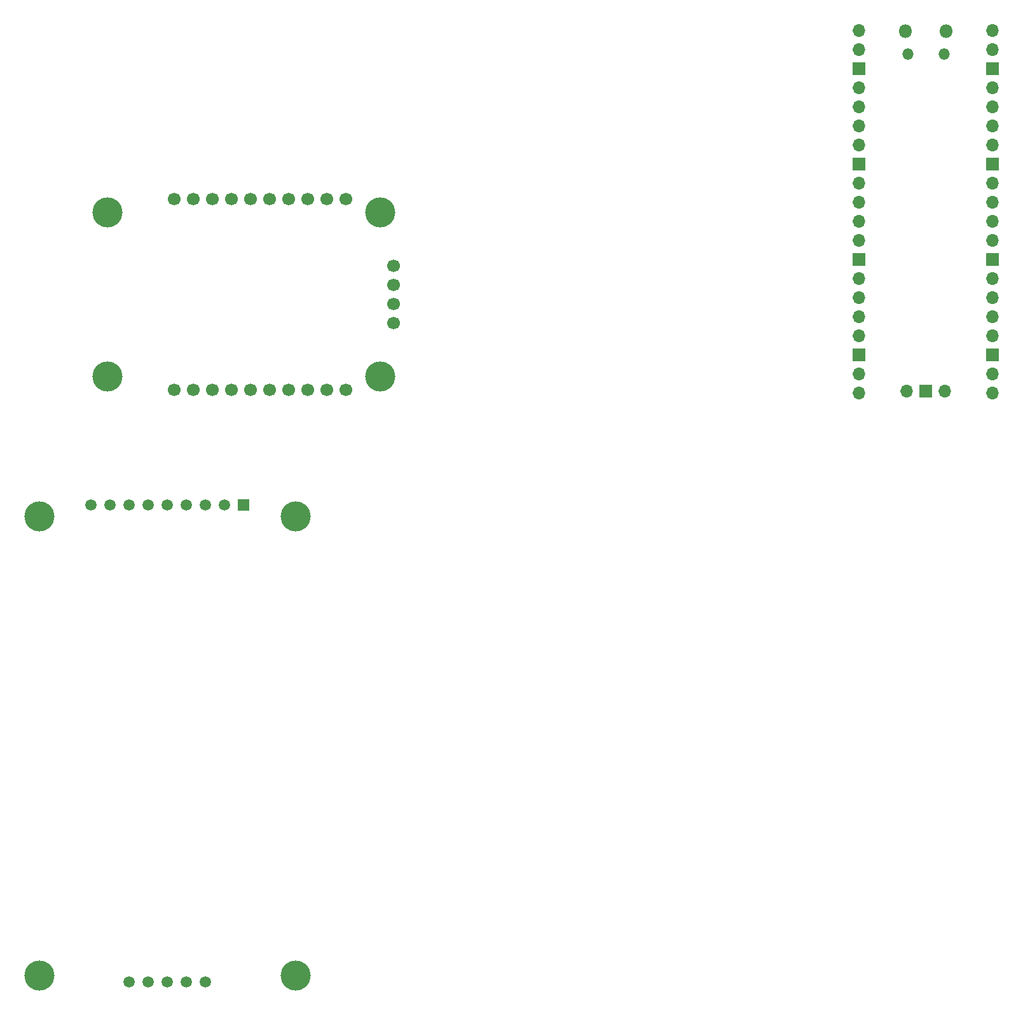
<source format=gbr>
%TF.GenerationSoftware,KiCad,Pcbnew,9.0.2*%
%TF.CreationDate,2025-05-23T00:22:39+05:30*%
%TF.ProjectId,Indira_Setu,496e6469-7261-45f5-9365-74752e6b6963,rev?*%
%TF.SameCoordinates,Original*%
%TF.FileFunction,Soldermask,Bot*%
%TF.FilePolarity,Negative*%
%FSLAX46Y46*%
G04 Gerber Fmt 4.6, Leading zero omitted, Abs format (unit mm)*
G04 Created by KiCad (PCBNEW 9.0.2) date 2025-05-23 00:22:39*
%MOMM*%
%LPD*%
G01*
G04 APERTURE LIST*
%ADD10C,4.000000*%
%ADD11R,1.500000X1.500000*%
%ADD12C,1.500000*%
%ADD13O,1.800000X1.800000*%
%ADD14O,1.500000X1.500000*%
%ADD15O,1.700000X1.700000*%
%ADD16R,1.700000X1.700000*%
%ADD17C,1.700000*%
G04 APERTURE END LIST*
D10*
%TO.C,U2*%
X82550000Y-97042500D03*
X48450000Y-97042500D03*
X82550000Y-158242500D03*
X48450000Y-158242500D03*
D11*
X75660000Y-95542500D03*
D12*
X73120000Y-95542500D03*
X70580000Y-95542500D03*
X68040000Y-95542500D03*
X65500000Y-95542500D03*
X62960000Y-95542500D03*
X60420000Y-95542500D03*
X57880000Y-95542500D03*
X55340000Y-95542500D03*
X70580000Y-159062500D03*
X68040000Y-159062500D03*
X65500000Y-159062500D03*
X62960000Y-159062500D03*
X60420000Y-159062500D03*
%TD*%
D13*
%TO.C,U1*%
X163775000Y-32500000D03*
D14*
X164075000Y-35530000D03*
X168925000Y-35530000D03*
D13*
X169225000Y-32500000D03*
D15*
X157610000Y-32370000D03*
X157610000Y-34910000D03*
D16*
X157610000Y-37450000D03*
D15*
X157610000Y-39990000D03*
X157610000Y-42530000D03*
X157610000Y-45070000D03*
X157610000Y-47610000D03*
D16*
X157610000Y-50150000D03*
D15*
X157610000Y-52690000D03*
X157610000Y-55230000D03*
X157610000Y-57770000D03*
X157610000Y-60310000D03*
D16*
X157610000Y-62850000D03*
D15*
X157610000Y-65390000D03*
X157610000Y-67930000D03*
X157610000Y-70470000D03*
X157610000Y-73010000D03*
D16*
X157610000Y-75550000D03*
D15*
X157610000Y-78090000D03*
X157610000Y-80630000D03*
X175390000Y-80630000D03*
X175390000Y-78090000D03*
D16*
X175390000Y-75550000D03*
D15*
X175390000Y-73010000D03*
X175390000Y-70470000D03*
X175390000Y-67930000D03*
X175390000Y-65390000D03*
D16*
X175390000Y-62850000D03*
D15*
X175390000Y-60310000D03*
X175390000Y-57770000D03*
X175390000Y-55230000D03*
X175390000Y-52690000D03*
D16*
X175390000Y-50150000D03*
D15*
X175390000Y-47610000D03*
X175390000Y-45070000D03*
X175390000Y-42530000D03*
X175390000Y-39990000D03*
D16*
X175390000Y-37450000D03*
D15*
X175390000Y-34910000D03*
X175390000Y-32370000D03*
X163960000Y-80400000D03*
D16*
X166500000Y-80400000D03*
D15*
X169040000Y-80400000D03*
%TD*%
D10*
%TO.C,CJMCU_FT1*%
X57548000Y-78452000D03*
X93870000Y-78452000D03*
X57548000Y-56608000D03*
X93870000Y-56608000D03*
D17*
X95648000Y-68800000D03*
X86758000Y-80230000D03*
X95648000Y-63720000D03*
X89298000Y-54830000D03*
X86758000Y-54830000D03*
X84218000Y-54830000D03*
X81678000Y-54830000D03*
X79138000Y-54830000D03*
X76598000Y-54830000D03*
X74058000Y-54830000D03*
X71518000Y-54830000D03*
X68978000Y-54830000D03*
X66438000Y-54830000D03*
X66438000Y-80230000D03*
X68978000Y-80230000D03*
X71518000Y-80230000D03*
X74058000Y-80230000D03*
X76598000Y-80230000D03*
X79138000Y-80230000D03*
X81678000Y-80230000D03*
X84218000Y-80230000D03*
X89298000Y-80230000D03*
X95648000Y-71340000D03*
X95648000Y-66260000D03*
%TD*%
M02*

</source>
